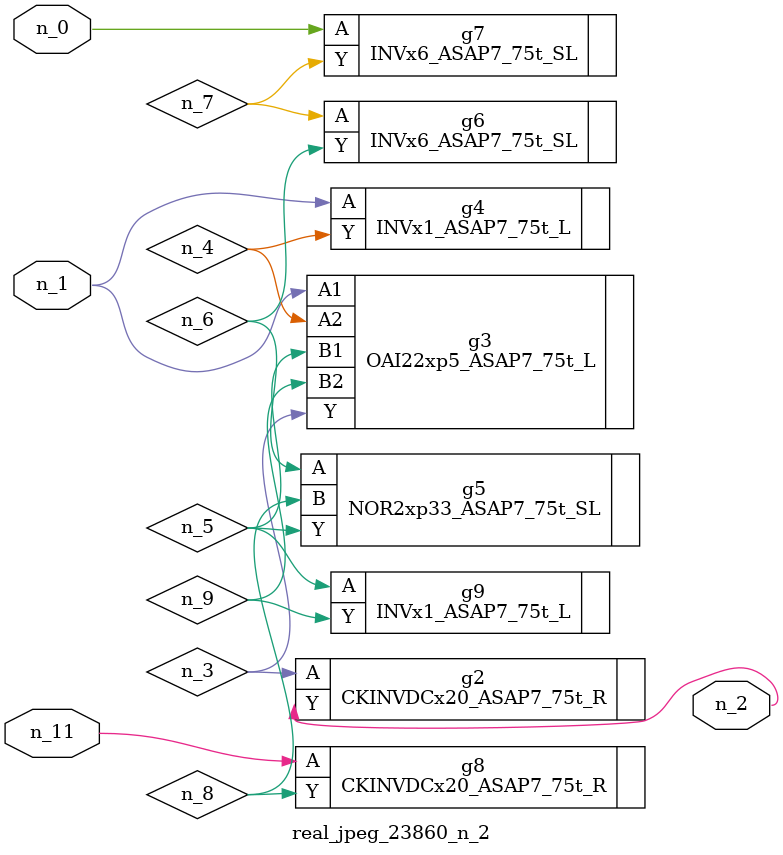
<source format=v>
module real_jpeg_23860_n_2 (n_1, n_11, n_0, n_2);

input n_1;
input n_11;
input n_0;

output n_2;

wire n_5;
wire n_4;
wire n_8;
wire n_6;
wire n_7;
wire n_3;
wire n_9;

INVx6_ASAP7_75t_SL g7 ( 
.A(n_0),
.Y(n_7)
);

OAI22xp5_ASAP7_75t_L g3 ( 
.A1(n_1),
.A2(n_4),
.B1(n_5),
.B2(n_9),
.Y(n_3)
);

INVx1_ASAP7_75t_L g4 ( 
.A(n_1),
.Y(n_4)
);

CKINVDCx20_ASAP7_75t_R g2 ( 
.A(n_3),
.Y(n_2)
);

INVx1_ASAP7_75t_L g9 ( 
.A(n_5),
.Y(n_9)
);

NOR2xp33_ASAP7_75t_SL g5 ( 
.A(n_6),
.B(n_8),
.Y(n_5)
);

INVx6_ASAP7_75t_SL g6 ( 
.A(n_7),
.Y(n_6)
);

CKINVDCx20_ASAP7_75t_R g8 ( 
.A(n_11),
.Y(n_8)
);


endmodule
</source>
